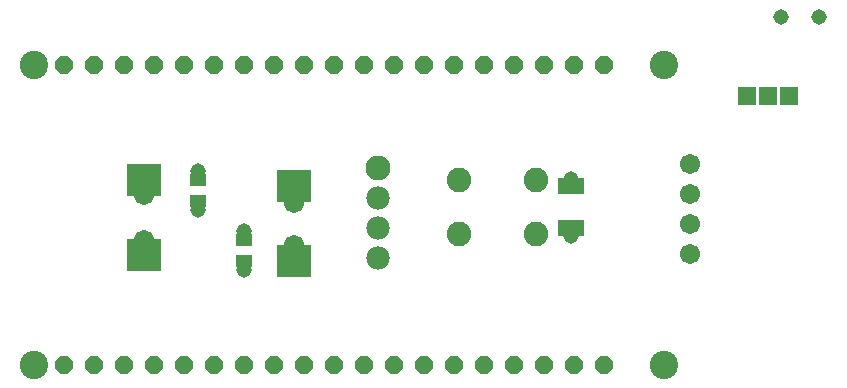
<source format=gbr>
G04 EAGLE Gerber RS-274X export*
G75*
%MOMM*%
%FSLAX34Y34*%
%LPD*%
%INSoldermask Bottom*%
%IPPOS*%
%AMOC8*
5,1,8,0,0,1.08239X$1,22.5*%
G01*
%ADD10C,2.403200*%
%ADD11P,1.635708X8X292.500000*%
%ADD12C,1.981200*%
%ADD13C,2.103200*%
%ADD14R,2.903200X2.753200*%
%ADD15R,1.403200X1.003200*%
%ADD16C,2.082800*%
%ADD17R,1.603200X1.603200*%
%ADD18R,2.263200X1.473200*%
%ADD19C,1.711200*%
%ADD20C,1.703200*%
%ADD21C,1.309600*%


D10*
X24130Y312420D03*
X24130Y58420D03*
X557530Y58420D03*
X557530Y312420D03*
D11*
X49530Y312420D03*
X74930Y312420D03*
X100330Y312420D03*
X125730Y312420D03*
X151130Y312420D03*
X176530Y312420D03*
X201930Y312420D03*
X227330Y312420D03*
X252730Y312420D03*
X278130Y312420D03*
X303530Y312420D03*
X328930Y312420D03*
X354330Y312420D03*
X379730Y312420D03*
X405130Y312420D03*
X430530Y312420D03*
X455930Y312420D03*
X481330Y312420D03*
X506730Y312420D03*
X506730Y58420D03*
X481330Y58420D03*
X455930Y58420D03*
X430530Y58420D03*
X405130Y58420D03*
X379730Y58420D03*
X354330Y58420D03*
X328930Y58420D03*
X303530Y58420D03*
X278130Y58420D03*
X252730Y58420D03*
X227330Y58420D03*
X201930Y58420D03*
X176530Y58420D03*
X151130Y58420D03*
X125730Y58420D03*
X100330Y58420D03*
X74930Y58420D03*
X49530Y58420D03*
D12*
X314960Y148590D03*
X314960Y173990D03*
X314960Y199390D03*
D13*
X314960Y224790D03*
D14*
X243840Y209500D03*
X243840Y146100D03*
D15*
X201930Y145940D03*
X201930Y163940D03*
D16*
X449072Y214376D03*
X384048Y214376D03*
X449072Y169164D03*
X384048Y169164D03*
D17*
X662940Y285750D03*
X645160Y285750D03*
X627380Y285750D03*
D18*
X478790Y174220D03*
X478790Y209320D03*
D14*
X116840Y151180D03*
X116840Y214580D03*
D15*
X162560Y214740D03*
X162560Y196740D03*
D19*
X579120Y228600D03*
X579120Y203200D03*
X579120Y177800D03*
X579120Y152400D03*
D20*
X243840Y195580D03*
X116840Y163830D03*
D21*
X162560Y189230D03*
X201930Y171450D03*
X656590Y353060D03*
X478790Y167640D03*
X201930Y138430D03*
D20*
X243840Y160020D03*
X116840Y201930D03*
D21*
X162560Y222250D03*
X688340Y353060D03*
X478790Y215900D03*
M02*

</source>
